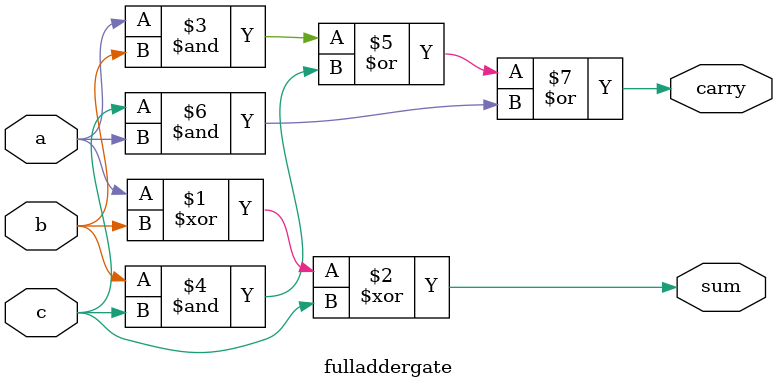
<source format=v>
module fulladdergate( 
	input a,b,c,
	output sum,carry);
	
	assign sum=a^b^c;
	assign carry=(a&b)|(b&c)|(c&a);
endmodule

</source>
